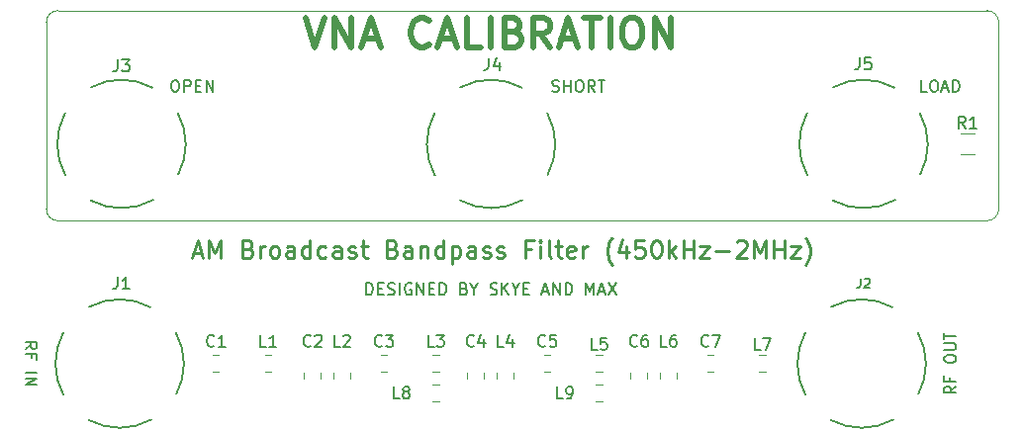
<source format=gbr>
G04 #@! TF.GenerationSoftware,KiCad,Pcbnew,(5.1.5)-3*
G04 #@! TF.CreationDate,2021-02-17T23:25:52-05:00*
G04 #@! TF.ProjectId,AM Bandpass Filter,414d2042-616e-4647-9061-73732046696c,rev?*
G04 #@! TF.SameCoordinates,Original*
G04 #@! TF.FileFunction,Legend,Top*
G04 #@! TF.FilePolarity,Positive*
%FSLAX46Y46*%
G04 Gerber Fmt 4.6, Leading zero omitted, Abs format (unit mm)*
G04 Created by KiCad (PCBNEW (5.1.5)-3) date 2021-02-17 23:25:52*
%MOMM*%
%LPD*%
G04 APERTURE LIST*
%ADD10C,0.150000*%
%ADD11C,0.250000*%
%ADD12C,0.500000*%
%ADD13C,0.120000*%
%ADD14C,0.127000*%
%ADD15C,0.152400*%
G04 APERTURE END LIST*
D10*
X158377142Y-90842380D02*
X158377142Y-89842380D01*
X158615238Y-89842380D01*
X158758095Y-89890000D01*
X158853333Y-89985238D01*
X158900952Y-90080476D01*
X158948571Y-90270952D01*
X158948571Y-90413809D01*
X158900952Y-90604285D01*
X158853333Y-90699523D01*
X158758095Y-90794761D01*
X158615238Y-90842380D01*
X158377142Y-90842380D01*
X159377142Y-90318571D02*
X159710476Y-90318571D01*
X159853333Y-90842380D02*
X159377142Y-90842380D01*
X159377142Y-89842380D01*
X159853333Y-89842380D01*
X160234285Y-90794761D02*
X160377142Y-90842380D01*
X160615238Y-90842380D01*
X160710476Y-90794761D01*
X160758095Y-90747142D01*
X160805714Y-90651904D01*
X160805714Y-90556666D01*
X160758095Y-90461428D01*
X160710476Y-90413809D01*
X160615238Y-90366190D01*
X160424761Y-90318571D01*
X160329523Y-90270952D01*
X160281904Y-90223333D01*
X160234285Y-90128095D01*
X160234285Y-90032857D01*
X160281904Y-89937619D01*
X160329523Y-89890000D01*
X160424761Y-89842380D01*
X160662857Y-89842380D01*
X160805714Y-89890000D01*
X161234285Y-90842380D02*
X161234285Y-89842380D01*
X162234285Y-89890000D02*
X162139047Y-89842380D01*
X161996190Y-89842380D01*
X161853333Y-89890000D01*
X161758095Y-89985238D01*
X161710476Y-90080476D01*
X161662857Y-90270952D01*
X161662857Y-90413809D01*
X161710476Y-90604285D01*
X161758095Y-90699523D01*
X161853333Y-90794761D01*
X161996190Y-90842380D01*
X162091428Y-90842380D01*
X162234285Y-90794761D01*
X162281904Y-90747142D01*
X162281904Y-90413809D01*
X162091428Y-90413809D01*
X162710476Y-90842380D02*
X162710476Y-89842380D01*
X163281904Y-90842380D01*
X163281904Y-89842380D01*
X163758095Y-90318571D02*
X164091428Y-90318571D01*
X164234285Y-90842380D02*
X163758095Y-90842380D01*
X163758095Y-89842380D01*
X164234285Y-89842380D01*
X164662857Y-90842380D02*
X164662857Y-89842380D01*
X164900952Y-89842380D01*
X165043809Y-89890000D01*
X165139047Y-89985238D01*
X165186666Y-90080476D01*
X165234285Y-90270952D01*
X165234285Y-90413809D01*
X165186666Y-90604285D01*
X165139047Y-90699523D01*
X165043809Y-90794761D01*
X164900952Y-90842380D01*
X164662857Y-90842380D01*
X166758095Y-90318571D02*
X166900952Y-90366190D01*
X166948571Y-90413809D01*
X166996190Y-90509047D01*
X166996190Y-90651904D01*
X166948571Y-90747142D01*
X166900952Y-90794761D01*
X166805714Y-90842380D01*
X166424761Y-90842380D01*
X166424761Y-89842380D01*
X166758095Y-89842380D01*
X166853333Y-89890000D01*
X166900952Y-89937619D01*
X166948571Y-90032857D01*
X166948571Y-90128095D01*
X166900952Y-90223333D01*
X166853333Y-90270952D01*
X166758095Y-90318571D01*
X166424761Y-90318571D01*
X167615238Y-90366190D02*
X167615238Y-90842380D01*
X167281904Y-89842380D02*
X167615238Y-90366190D01*
X167948571Y-89842380D01*
X168996190Y-90794761D02*
X169139047Y-90842380D01*
X169377142Y-90842380D01*
X169472380Y-90794761D01*
X169520000Y-90747142D01*
X169567619Y-90651904D01*
X169567619Y-90556666D01*
X169520000Y-90461428D01*
X169472380Y-90413809D01*
X169377142Y-90366190D01*
X169186666Y-90318571D01*
X169091428Y-90270952D01*
X169043809Y-90223333D01*
X168996190Y-90128095D01*
X168996190Y-90032857D01*
X169043809Y-89937619D01*
X169091428Y-89890000D01*
X169186666Y-89842380D01*
X169424761Y-89842380D01*
X169567619Y-89890000D01*
X169996190Y-90842380D02*
X169996190Y-89842380D01*
X170567619Y-90842380D02*
X170139047Y-90270952D01*
X170567619Y-89842380D02*
X169996190Y-90413809D01*
X171186666Y-90366190D02*
X171186666Y-90842380D01*
X170853333Y-89842380D02*
X171186666Y-90366190D01*
X171520000Y-89842380D01*
X171853333Y-90318571D02*
X172186666Y-90318571D01*
X172329523Y-90842380D02*
X171853333Y-90842380D01*
X171853333Y-89842380D01*
X172329523Y-89842380D01*
X173472380Y-90556666D02*
X173948571Y-90556666D01*
X173377142Y-90842380D02*
X173710476Y-89842380D01*
X174043809Y-90842380D01*
X174377142Y-90842380D02*
X174377142Y-89842380D01*
X174948571Y-90842380D01*
X174948571Y-89842380D01*
X175424761Y-90842380D02*
X175424761Y-89842380D01*
X175662857Y-89842380D01*
X175805714Y-89890000D01*
X175900952Y-89985238D01*
X175948571Y-90080476D01*
X175996190Y-90270952D01*
X175996190Y-90413809D01*
X175948571Y-90604285D01*
X175900952Y-90699523D01*
X175805714Y-90794761D01*
X175662857Y-90842380D01*
X175424761Y-90842380D01*
X177186666Y-90842380D02*
X177186666Y-89842380D01*
X177520000Y-90556666D01*
X177853333Y-89842380D01*
X177853333Y-90842380D01*
X178281904Y-90556666D02*
X178758095Y-90556666D01*
X178186666Y-90842380D02*
X178520000Y-89842380D01*
X178853333Y-90842380D01*
X179091428Y-89842380D02*
X179758095Y-90842380D01*
X179758095Y-89842380D02*
X179091428Y-90842380D01*
X208842380Y-98668571D02*
X208366190Y-99001904D01*
X208842380Y-99240000D02*
X207842380Y-99240000D01*
X207842380Y-98859047D01*
X207890000Y-98763809D01*
X207937619Y-98716190D01*
X208032857Y-98668571D01*
X208175714Y-98668571D01*
X208270952Y-98716190D01*
X208318571Y-98763809D01*
X208366190Y-98859047D01*
X208366190Y-99240000D01*
X208318571Y-97906666D02*
X208318571Y-98240000D01*
X208842380Y-98240000D02*
X207842380Y-98240000D01*
X207842380Y-97763809D01*
X207842380Y-96430476D02*
X207842380Y-96240000D01*
X207890000Y-96144761D01*
X207985238Y-96049523D01*
X208175714Y-96001904D01*
X208509047Y-96001904D01*
X208699523Y-96049523D01*
X208794761Y-96144761D01*
X208842380Y-96240000D01*
X208842380Y-96430476D01*
X208794761Y-96525714D01*
X208699523Y-96620952D01*
X208509047Y-96668571D01*
X208175714Y-96668571D01*
X207985238Y-96620952D01*
X207890000Y-96525714D01*
X207842380Y-96430476D01*
X207842380Y-95573333D02*
X208651904Y-95573333D01*
X208747142Y-95525714D01*
X208794761Y-95478095D01*
X208842380Y-95382857D01*
X208842380Y-95192380D01*
X208794761Y-95097142D01*
X208747142Y-95049523D01*
X208651904Y-95001904D01*
X207842380Y-95001904D01*
X207842380Y-94668571D02*
X207842380Y-94097142D01*
X208842380Y-94382857D02*
X207842380Y-94382857D01*
X129197619Y-95478095D02*
X129673809Y-95144761D01*
X129197619Y-94906666D02*
X130197619Y-94906666D01*
X130197619Y-95287619D01*
X130150000Y-95382857D01*
X130102380Y-95430476D01*
X130007142Y-95478095D01*
X129864285Y-95478095D01*
X129769047Y-95430476D01*
X129721428Y-95382857D01*
X129673809Y-95287619D01*
X129673809Y-94906666D01*
X129721428Y-96240000D02*
X129721428Y-95906666D01*
X129197619Y-95906666D02*
X130197619Y-95906666D01*
X130197619Y-96382857D01*
X129197619Y-97525714D02*
X130197619Y-97525714D01*
X129197619Y-98001904D02*
X130197619Y-98001904D01*
X129197619Y-98573333D01*
X130197619Y-98573333D01*
D11*
X143571428Y-87250000D02*
X144285714Y-87250000D01*
X143428571Y-87678571D02*
X143928571Y-86178571D01*
X144428571Y-87678571D01*
X144928571Y-87678571D02*
X144928571Y-86178571D01*
X145428571Y-87250000D01*
X145928571Y-86178571D01*
X145928571Y-87678571D01*
X148285714Y-86892857D02*
X148499999Y-86964285D01*
X148571428Y-87035714D01*
X148642857Y-87178571D01*
X148642857Y-87392857D01*
X148571428Y-87535714D01*
X148499999Y-87607142D01*
X148357142Y-87678571D01*
X147785714Y-87678571D01*
X147785714Y-86178571D01*
X148285714Y-86178571D01*
X148428571Y-86250000D01*
X148499999Y-86321428D01*
X148571428Y-86464285D01*
X148571428Y-86607142D01*
X148499999Y-86750000D01*
X148428571Y-86821428D01*
X148285714Y-86892857D01*
X147785714Y-86892857D01*
X149285714Y-87678571D02*
X149285714Y-86678571D01*
X149285714Y-86964285D02*
X149357142Y-86821428D01*
X149428571Y-86750000D01*
X149571428Y-86678571D01*
X149714285Y-86678571D01*
X150428571Y-87678571D02*
X150285714Y-87607142D01*
X150214285Y-87535714D01*
X150142857Y-87392857D01*
X150142857Y-86964285D01*
X150214285Y-86821428D01*
X150285714Y-86750000D01*
X150428571Y-86678571D01*
X150642857Y-86678571D01*
X150785714Y-86750000D01*
X150857142Y-86821428D01*
X150928571Y-86964285D01*
X150928571Y-87392857D01*
X150857142Y-87535714D01*
X150785714Y-87607142D01*
X150642857Y-87678571D01*
X150428571Y-87678571D01*
X152214285Y-87678571D02*
X152214285Y-86892857D01*
X152142857Y-86750000D01*
X151999999Y-86678571D01*
X151714285Y-86678571D01*
X151571428Y-86750000D01*
X152214285Y-87607142D02*
X152071428Y-87678571D01*
X151714285Y-87678571D01*
X151571428Y-87607142D01*
X151499999Y-87464285D01*
X151499999Y-87321428D01*
X151571428Y-87178571D01*
X151714285Y-87107142D01*
X152071428Y-87107142D01*
X152214285Y-87035714D01*
X153571428Y-87678571D02*
X153571428Y-86178571D01*
X153571428Y-87607142D02*
X153428571Y-87678571D01*
X153142857Y-87678571D01*
X152999999Y-87607142D01*
X152928571Y-87535714D01*
X152857142Y-87392857D01*
X152857142Y-86964285D01*
X152928571Y-86821428D01*
X152999999Y-86750000D01*
X153142857Y-86678571D01*
X153428571Y-86678571D01*
X153571428Y-86750000D01*
X154928571Y-87607142D02*
X154785714Y-87678571D01*
X154499999Y-87678571D01*
X154357142Y-87607142D01*
X154285714Y-87535714D01*
X154214285Y-87392857D01*
X154214285Y-86964285D01*
X154285714Y-86821428D01*
X154357142Y-86750000D01*
X154499999Y-86678571D01*
X154785714Y-86678571D01*
X154928571Y-86750000D01*
X156214285Y-87678571D02*
X156214285Y-86892857D01*
X156142857Y-86750000D01*
X155999999Y-86678571D01*
X155714285Y-86678571D01*
X155571428Y-86750000D01*
X156214285Y-87607142D02*
X156071428Y-87678571D01*
X155714285Y-87678571D01*
X155571428Y-87607142D01*
X155499999Y-87464285D01*
X155499999Y-87321428D01*
X155571428Y-87178571D01*
X155714285Y-87107142D01*
X156071428Y-87107142D01*
X156214285Y-87035714D01*
X156857142Y-87607142D02*
X156999999Y-87678571D01*
X157285714Y-87678571D01*
X157428571Y-87607142D01*
X157499999Y-87464285D01*
X157499999Y-87392857D01*
X157428571Y-87250000D01*
X157285714Y-87178571D01*
X157071428Y-87178571D01*
X156928571Y-87107142D01*
X156857142Y-86964285D01*
X156857142Y-86892857D01*
X156928571Y-86750000D01*
X157071428Y-86678571D01*
X157285714Y-86678571D01*
X157428571Y-86750000D01*
X157928571Y-86678571D02*
X158499999Y-86678571D01*
X158142857Y-86178571D02*
X158142857Y-87464285D01*
X158214285Y-87607142D01*
X158357142Y-87678571D01*
X158499999Y-87678571D01*
X160642857Y-86892857D02*
X160857142Y-86964285D01*
X160928571Y-87035714D01*
X160999999Y-87178571D01*
X160999999Y-87392857D01*
X160928571Y-87535714D01*
X160857142Y-87607142D01*
X160714285Y-87678571D01*
X160142857Y-87678571D01*
X160142857Y-86178571D01*
X160642857Y-86178571D01*
X160785714Y-86250000D01*
X160857142Y-86321428D01*
X160928571Y-86464285D01*
X160928571Y-86607142D01*
X160857142Y-86750000D01*
X160785714Y-86821428D01*
X160642857Y-86892857D01*
X160142857Y-86892857D01*
X162285714Y-87678571D02*
X162285714Y-86892857D01*
X162214285Y-86750000D01*
X162071428Y-86678571D01*
X161785714Y-86678571D01*
X161642857Y-86750000D01*
X162285714Y-87607142D02*
X162142857Y-87678571D01*
X161785714Y-87678571D01*
X161642857Y-87607142D01*
X161571428Y-87464285D01*
X161571428Y-87321428D01*
X161642857Y-87178571D01*
X161785714Y-87107142D01*
X162142857Y-87107142D01*
X162285714Y-87035714D01*
X162999999Y-86678571D02*
X162999999Y-87678571D01*
X162999999Y-86821428D02*
X163071428Y-86750000D01*
X163214285Y-86678571D01*
X163428571Y-86678571D01*
X163571428Y-86750000D01*
X163642857Y-86892857D01*
X163642857Y-87678571D01*
X164999999Y-87678571D02*
X164999999Y-86178571D01*
X164999999Y-87607142D02*
X164857142Y-87678571D01*
X164571428Y-87678571D01*
X164428571Y-87607142D01*
X164357142Y-87535714D01*
X164285714Y-87392857D01*
X164285714Y-86964285D01*
X164357142Y-86821428D01*
X164428571Y-86750000D01*
X164571428Y-86678571D01*
X164857142Y-86678571D01*
X164999999Y-86750000D01*
X165714285Y-86678571D02*
X165714285Y-88178571D01*
X165714285Y-86750000D02*
X165857142Y-86678571D01*
X166142857Y-86678571D01*
X166285714Y-86750000D01*
X166357142Y-86821428D01*
X166428571Y-86964285D01*
X166428571Y-87392857D01*
X166357142Y-87535714D01*
X166285714Y-87607142D01*
X166142857Y-87678571D01*
X165857142Y-87678571D01*
X165714285Y-87607142D01*
X167714285Y-87678571D02*
X167714285Y-86892857D01*
X167642857Y-86750000D01*
X167500000Y-86678571D01*
X167214285Y-86678571D01*
X167071428Y-86750000D01*
X167714285Y-87607142D02*
X167571428Y-87678571D01*
X167214285Y-87678571D01*
X167071428Y-87607142D01*
X167000000Y-87464285D01*
X167000000Y-87321428D01*
X167071428Y-87178571D01*
X167214285Y-87107142D01*
X167571428Y-87107142D01*
X167714285Y-87035714D01*
X168357142Y-87607142D02*
X168500000Y-87678571D01*
X168785714Y-87678571D01*
X168928571Y-87607142D01*
X169000000Y-87464285D01*
X169000000Y-87392857D01*
X168928571Y-87250000D01*
X168785714Y-87178571D01*
X168571428Y-87178571D01*
X168428571Y-87107142D01*
X168357142Y-86964285D01*
X168357142Y-86892857D01*
X168428571Y-86750000D01*
X168571428Y-86678571D01*
X168785714Y-86678571D01*
X168928571Y-86750000D01*
X169571428Y-87607142D02*
X169714285Y-87678571D01*
X169999999Y-87678571D01*
X170142857Y-87607142D01*
X170214285Y-87464285D01*
X170214285Y-87392857D01*
X170142857Y-87250000D01*
X169999999Y-87178571D01*
X169785714Y-87178571D01*
X169642857Y-87107142D01*
X169571428Y-86964285D01*
X169571428Y-86892857D01*
X169642857Y-86750000D01*
X169785714Y-86678571D01*
X169999999Y-86678571D01*
X170142857Y-86750000D01*
X172499999Y-86892857D02*
X171999999Y-86892857D01*
X171999999Y-87678571D02*
X171999999Y-86178571D01*
X172714285Y-86178571D01*
X173285714Y-87678571D02*
X173285714Y-86678571D01*
X173285714Y-86178571D02*
X173214285Y-86250000D01*
X173285714Y-86321428D01*
X173357142Y-86250000D01*
X173285714Y-86178571D01*
X173285714Y-86321428D01*
X174214285Y-87678571D02*
X174071428Y-87607142D01*
X173999999Y-87464285D01*
X173999999Y-86178571D01*
X174571428Y-86678571D02*
X175142857Y-86678571D01*
X174785714Y-86178571D02*
X174785714Y-87464285D01*
X174857142Y-87607142D01*
X174999999Y-87678571D01*
X175142857Y-87678571D01*
X176214285Y-87607142D02*
X176071428Y-87678571D01*
X175785714Y-87678571D01*
X175642857Y-87607142D01*
X175571428Y-87464285D01*
X175571428Y-86892857D01*
X175642857Y-86750000D01*
X175785714Y-86678571D01*
X176071428Y-86678571D01*
X176214285Y-86750000D01*
X176285714Y-86892857D01*
X176285714Y-87035714D01*
X175571428Y-87178571D01*
X176928571Y-87678571D02*
X176928571Y-86678571D01*
X176928571Y-86964285D02*
X177000000Y-86821428D01*
X177071428Y-86750000D01*
X177214285Y-86678571D01*
X177357142Y-86678571D01*
X179428571Y-88250000D02*
X179357142Y-88178571D01*
X179214285Y-87964285D01*
X179142857Y-87821428D01*
X179071428Y-87607142D01*
X179000000Y-87250000D01*
X179000000Y-86964285D01*
X179071428Y-86607142D01*
X179142857Y-86392857D01*
X179214285Y-86250000D01*
X179357142Y-86035714D01*
X179428571Y-85964285D01*
X180642857Y-86678571D02*
X180642857Y-87678571D01*
X180285714Y-86107142D02*
X179928571Y-87178571D01*
X180857142Y-87178571D01*
X182142857Y-86178571D02*
X181428571Y-86178571D01*
X181357142Y-86892857D01*
X181428571Y-86821428D01*
X181571428Y-86750000D01*
X181928571Y-86750000D01*
X182071428Y-86821428D01*
X182142857Y-86892857D01*
X182214285Y-87035714D01*
X182214285Y-87392857D01*
X182142857Y-87535714D01*
X182071428Y-87607142D01*
X181928571Y-87678571D01*
X181571428Y-87678571D01*
X181428571Y-87607142D01*
X181357142Y-87535714D01*
X183142857Y-86178571D02*
X183285714Y-86178571D01*
X183428571Y-86250000D01*
X183499999Y-86321428D01*
X183571428Y-86464285D01*
X183642857Y-86750000D01*
X183642857Y-87107142D01*
X183571428Y-87392857D01*
X183499999Y-87535714D01*
X183428571Y-87607142D01*
X183285714Y-87678571D01*
X183142857Y-87678571D01*
X182999999Y-87607142D01*
X182928571Y-87535714D01*
X182857142Y-87392857D01*
X182785714Y-87107142D01*
X182785714Y-86750000D01*
X182857142Y-86464285D01*
X182928571Y-86321428D01*
X182999999Y-86250000D01*
X183142857Y-86178571D01*
X184285714Y-87678571D02*
X184285714Y-86178571D01*
X184428571Y-87107142D02*
X184857142Y-87678571D01*
X184857142Y-86678571D02*
X184285714Y-87250000D01*
X185499999Y-87678571D02*
X185499999Y-86178571D01*
X185499999Y-86892857D02*
X186357142Y-86892857D01*
X186357142Y-87678571D02*
X186357142Y-86178571D01*
X186928571Y-86678571D02*
X187714285Y-86678571D01*
X186928571Y-87678571D01*
X187714285Y-87678571D01*
X188285714Y-87107142D02*
X189428571Y-87107142D01*
X190071428Y-86321428D02*
X190142857Y-86250000D01*
X190285714Y-86178571D01*
X190642857Y-86178571D01*
X190785714Y-86250000D01*
X190857142Y-86321428D01*
X190928571Y-86464285D01*
X190928571Y-86607142D01*
X190857142Y-86821428D01*
X190000000Y-87678571D01*
X190928571Y-87678571D01*
X191571428Y-87678571D02*
X191571428Y-86178571D01*
X192071428Y-87250000D01*
X192571428Y-86178571D01*
X192571428Y-87678571D01*
X193285714Y-87678571D02*
X193285714Y-86178571D01*
X193285714Y-86892857D02*
X194142857Y-86892857D01*
X194142857Y-87678571D02*
X194142857Y-86178571D01*
X194714285Y-86678571D02*
X195500000Y-86678571D01*
X194714285Y-87678571D01*
X195500000Y-87678571D01*
X195928571Y-88250000D02*
X196000000Y-88178571D01*
X196142857Y-87964285D01*
X196214285Y-87821428D01*
X196285714Y-87607142D01*
X196357142Y-87250000D01*
X196357142Y-86964285D01*
X196285714Y-86607142D01*
X196214285Y-86392857D01*
X196142857Y-86250000D01*
X196000000Y-86035714D01*
X195928571Y-85964285D01*
D12*
X153166666Y-67130952D02*
X154000000Y-69630952D01*
X154833333Y-67130952D01*
X155666666Y-69630952D02*
X155666666Y-67130952D01*
X157095238Y-69630952D01*
X157095238Y-67130952D01*
X158166666Y-68916666D02*
X159357142Y-68916666D01*
X157928571Y-69630952D02*
X158761904Y-67130952D01*
X159595238Y-69630952D01*
X163761904Y-69392857D02*
X163642857Y-69511904D01*
X163285714Y-69630952D01*
X163047619Y-69630952D01*
X162690476Y-69511904D01*
X162452380Y-69273809D01*
X162333333Y-69035714D01*
X162214285Y-68559523D01*
X162214285Y-68202380D01*
X162333333Y-67726190D01*
X162452380Y-67488095D01*
X162690476Y-67250000D01*
X163047619Y-67130952D01*
X163285714Y-67130952D01*
X163642857Y-67250000D01*
X163761904Y-67369047D01*
X164714285Y-68916666D02*
X165904761Y-68916666D01*
X164476190Y-69630952D02*
X165309523Y-67130952D01*
X166142857Y-69630952D01*
X168166666Y-69630952D02*
X166976190Y-69630952D01*
X166976190Y-67130952D01*
X169000000Y-69630952D02*
X169000000Y-67130952D01*
X171023809Y-68321428D02*
X171380952Y-68440476D01*
X171500000Y-68559523D01*
X171619047Y-68797619D01*
X171619047Y-69154761D01*
X171500000Y-69392857D01*
X171380952Y-69511904D01*
X171142857Y-69630952D01*
X170190476Y-69630952D01*
X170190476Y-67130952D01*
X171023809Y-67130952D01*
X171261904Y-67250000D01*
X171380952Y-67369047D01*
X171500000Y-67607142D01*
X171500000Y-67845238D01*
X171380952Y-68083333D01*
X171261904Y-68202380D01*
X171023809Y-68321428D01*
X170190476Y-68321428D01*
X174119047Y-69630952D02*
X173285714Y-68440476D01*
X172690476Y-69630952D02*
X172690476Y-67130952D01*
X173642857Y-67130952D01*
X173880952Y-67250000D01*
X174000000Y-67369047D01*
X174119047Y-67607142D01*
X174119047Y-67964285D01*
X174000000Y-68202380D01*
X173880952Y-68321428D01*
X173642857Y-68440476D01*
X172690476Y-68440476D01*
X175071428Y-68916666D02*
X176261904Y-68916666D01*
X174833333Y-69630952D02*
X175666666Y-67130952D01*
X176500000Y-69630952D01*
X176976190Y-67130952D02*
X178404761Y-67130952D01*
X177690476Y-69630952D02*
X177690476Y-67130952D01*
X179238095Y-69630952D02*
X179238095Y-67130952D01*
X180904761Y-67130952D02*
X181380952Y-67130952D01*
X181619047Y-67250000D01*
X181857142Y-67488095D01*
X181976190Y-67964285D01*
X181976190Y-68797619D01*
X181857142Y-69273809D01*
X181619047Y-69511904D01*
X181380952Y-69630952D01*
X180904761Y-69630952D01*
X180666666Y-69511904D01*
X180428571Y-69273809D01*
X180309523Y-68797619D01*
X180309523Y-67964285D01*
X180428571Y-67488095D01*
X180666666Y-67250000D01*
X180904761Y-67130952D01*
X183047619Y-69630952D02*
X183047619Y-67130952D01*
X184476190Y-69630952D01*
X184476190Y-67130952D01*
D10*
X206357142Y-73452380D02*
X205880952Y-73452380D01*
X205880952Y-72452380D01*
X206880952Y-72452380D02*
X207071428Y-72452380D01*
X207166666Y-72500000D01*
X207261904Y-72595238D01*
X207309523Y-72785714D01*
X207309523Y-73119047D01*
X207261904Y-73309523D01*
X207166666Y-73404761D01*
X207071428Y-73452380D01*
X206880952Y-73452380D01*
X206785714Y-73404761D01*
X206690476Y-73309523D01*
X206642857Y-73119047D01*
X206642857Y-72785714D01*
X206690476Y-72595238D01*
X206785714Y-72500000D01*
X206880952Y-72452380D01*
X207690476Y-73166666D02*
X208166666Y-73166666D01*
X207595238Y-73452380D02*
X207928571Y-72452380D01*
X208261904Y-73452380D01*
X208595238Y-73452380D02*
X208595238Y-72452380D01*
X208833333Y-72452380D01*
X208976190Y-72500000D01*
X209071428Y-72595238D01*
X209119047Y-72690476D01*
X209166666Y-72880952D01*
X209166666Y-73023809D01*
X209119047Y-73214285D01*
X209071428Y-73309523D01*
X208976190Y-73404761D01*
X208833333Y-73452380D01*
X208595238Y-73452380D01*
X174285714Y-73404761D02*
X174428571Y-73452380D01*
X174666666Y-73452380D01*
X174761904Y-73404761D01*
X174809523Y-73357142D01*
X174857142Y-73261904D01*
X174857142Y-73166666D01*
X174809523Y-73071428D01*
X174761904Y-73023809D01*
X174666666Y-72976190D01*
X174476190Y-72928571D01*
X174380952Y-72880952D01*
X174333333Y-72833333D01*
X174285714Y-72738095D01*
X174285714Y-72642857D01*
X174333333Y-72547619D01*
X174380952Y-72500000D01*
X174476190Y-72452380D01*
X174714285Y-72452380D01*
X174857142Y-72500000D01*
X175285714Y-73452380D02*
X175285714Y-72452380D01*
X175285714Y-72928571D02*
X175857142Y-72928571D01*
X175857142Y-73452380D02*
X175857142Y-72452380D01*
X176523809Y-72452380D02*
X176714285Y-72452380D01*
X176809523Y-72500000D01*
X176904761Y-72595238D01*
X176952380Y-72785714D01*
X176952380Y-73119047D01*
X176904761Y-73309523D01*
X176809523Y-73404761D01*
X176714285Y-73452380D01*
X176523809Y-73452380D01*
X176428571Y-73404761D01*
X176333333Y-73309523D01*
X176285714Y-73119047D01*
X176285714Y-72785714D01*
X176333333Y-72595238D01*
X176428571Y-72500000D01*
X176523809Y-72452380D01*
X177952380Y-73452380D02*
X177619047Y-72976190D01*
X177380952Y-73452380D02*
X177380952Y-72452380D01*
X177761904Y-72452380D01*
X177857142Y-72500000D01*
X177904761Y-72547619D01*
X177952380Y-72642857D01*
X177952380Y-72785714D01*
X177904761Y-72880952D01*
X177857142Y-72928571D01*
X177761904Y-72976190D01*
X177380952Y-72976190D01*
X178238095Y-72452380D02*
X178809523Y-72452380D01*
X178523809Y-73452380D02*
X178523809Y-72452380D01*
X141928571Y-72452380D02*
X142119047Y-72452380D01*
X142214285Y-72500000D01*
X142309523Y-72595238D01*
X142357142Y-72785714D01*
X142357142Y-73119047D01*
X142309523Y-73309523D01*
X142214285Y-73404761D01*
X142119047Y-73452380D01*
X141928571Y-73452380D01*
X141833333Y-73404761D01*
X141738095Y-73309523D01*
X141690476Y-73119047D01*
X141690476Y-72785714D01*
X141738095Y-72595238D01*
X141833333Y-72500000D01*
X141928571Y-72452380D01*
X142785714Y-73452380D02*
X142785714Y-72452380D01*
X143166666Y-72452380D01*
X143261904Y-72500000D01*
X143309523Y-72547619D01*
X143357142Y-72642857D01*
X143357142Y-72785714D01*
X143309523Y-72880952D01*
X143261904Y-72928571D01*
X143166666Y-72976190D01*
X142785714Y-72976190D01*
X143785714Y-72928571D02*
X144119047Y-72928571D01*
X144261904Y-73452380D02*
X143785714Y-73452380D01*
X143785714Y-72452380D01*
X144261904Y-72452380D01*
X144690476Y-73452380D02*
X144690476Y-72452380D01*
X145261904Y-73452380D01*
X145261904Y-72452380D01*
D13*
X211500000Y-66500000D02*
X132000000Y-66500000D01*
X211500000Y-66500000D02*
G75*
G02X212500000Y-67500000I0J-1000000D01*
G01*
X212500000Y-83500000D02*
X212500000Y-67500000D01*
X212500000Y-83500000D02*
G75*
G02X211500000Y-84500000I-1000000J0D01*
G01*
X132000000Y-84500000D02*
X211500000Y-84500000D01*
X131000000Y-67500000D02*
G75*
G02X132000000Y-66500000I1000000J0D01*
G01*
X131000000Y-83500000D02*
X131000000Y-67500000D01*
X132000000Y-84500000D02*
G75*
G02X131000000Y-83500000I0J1000000D01*
G01*
X209217936Y-78840000D02*
X210422064Y-78840000D01*
X209217936Y-77020000D02*
X210422064Y-77020000D01*
X178038748Y-99990000D02*
X178561252Y-99990000D01*
X178038748Y-98570000D02*
X178561252Y-98570000D01*
X164068748Y-99990000D02*
X164591252Y-99990000D01*
X164068748Y-98570000D02*
X164591252Y-98570000D01*
X178038748Y-97450000D02*
X178561252Y-97450000D01*
X178038748Y-96030000D02*
X178561252Y-96030000D01*
D14*
X205595400Y-94114600D02*
G75*
G02X205621400Y-99356200I-4815290J-2644750D01*
G01*
X203470000Y-101540000D02*
G75*
G02X198124000Y-101567000I-2697871J4910957D01*
G01*
X195970000Y-99440000D02*
G75*
G02X195943000Y-94094000I4910957J2697871D01*
G01*
X198153800Y-91888600D02*
G75*
G02X203416000Y-91913000I2608826J-4815992D01*
G01*
X205755400Y-75304600D02*
G75*
G02X205781400Y-80546200I-4815290J-2644750D01*
G01*
X203630000Y-82730000D02*
G75*
G02X198284000Y-82757000I-2697871J4910957D01*
G01*
X196130000Y-80630000D02*
G75*
G02X196103000Y-75284000I4910957J2697871D01*
G01*
X198313800Y-73078600D02*
G75*
G02X203576000Y-73103000I2608826J-4815992D01*
G01*
X173878400Y-75304600D02*
G75*
G02X173904400Y-80546200I-4815290J-2644750D01*
G01*
X171753000Y-82730000D02*
G75*
G02X166407000Y-82757000I-2697871J4910957D01*
G01*
X164253000Y-80630000D02*
G75*
G02X164226000Y-75284000I4910957J2697871D01*
G01*
X166436800Y-73078600D02*
G75*
G02X171699000Y-73103000I2608826J-4815992D01*
G01*
X142255400Y-75304600D02*
G75*
G02X142281400Y-80546200I-4815290J-2644750D01*
G01*
X140130000Y-82730000D02*
G75*
G02X134784000Y-82757000I-2697871J4910957D01*
G01*
X132630000Y-80630000D02*
G75*
G02X132603000Y-75284000I4910957J2697871D01*
G01*
X134813800Y-73078600D02*
G75*
G02X140076000Y-73103000I2608826J-4815992D01*
G01*
X142095400Y-94114600D02*
G75*
G02X142121400Y-99356200I-4815290J-2644750D01*
G01*
X139970000Y-101540000D02*
G75*
G02X134624000Y-101567000I-2697871J4910957D01*
G01*
X132470000Y-99440000D02*
G75*
G02X132443000Y-94094000I4910957J2697871D01*
G01*
X134653800Y-91888600D02*
G75*
G02X139916000Y-91913000I2608826J-4815992D01*
G01*
D13*
X192008748Y-97450000D02*
X192531252Y-97450000D01*
X192008748Y-96030000D02*
X192531252Y-96030000D01*
X183550000Y-97503748D02*
X183550000Y-98026252D01*
X184970000Y-97503748D02*
X184970000Y-98026252D01*
X169580000Y-97503748D02*
X169580000Y-98026252D01*
X171000000Y-97503748D02*
X171000000Y-98026252D01*
X164068748Y-97450000D02*
X164591252Y-97450000D01*
X164068748Y-96030000D02*
X164591252Y-96030000D01*
X155610000Y-97503748D02*
X155610000Y-98026252D01*
X157030000Y-97503748D02*
X157030000Y-98026252D01*
X149708748Y-97450000D02*
X150231252Y-97450000D01*
X149708748Y-96030000D02*
X150231252Y-96030000D01*
X188086252Y-96030000D02*
X187563748Y-96030000D01*
X188086252Y-97450000D02*
X187563748Y-97450000D01*
X182430000Y-98026252D02*
X182430000Y-97503748D01*
X181010000Y-98026252D02*
X181010000Y-97503748D01*
X174116252Y-96030000D02*
X173593748Y-96030000D01*
X174116252Y-97450000D02*
X173593748Y-97450000D01*
X168460000Y-98026252D02*
X168460000Y-97503748D01*
X167040000Y-98026252D02*
X167040000Y-97503748D01*
X160146252Y-96030000D02*
X159623748Y-96030000D01*
X160146252Y-97450000D02*
X159623748Y-97450000D01*
X154490000Y-98026252D02*
X154490000Y-97503748D01*
X153070000Y-98026252D02*
X153070000Y-97503748D01*
X145786252Y-96030000D02*
X145263748Y-96030000D01*
X145786252Y-97450000D02*
X145263748Y-97450000D01*
D10*
X209653333Y-76562380D02*
X209320000Y-76086190D01*
X209081904Y-76562380D02*
X209081904Y-75562380D01*
X209462857Y-75562380D01*
X209558095Y-75610000D01*
X209605714Y-75657619D01*
X209653333Y-75752857D01*
X209653333Y-75895714D01*
X209605714Y-75990952D01*
X209558095Y-76038571D01*
X209462857Y-76086190D01*
X209081904Y-76086190D01*
X210605714Y-76562380D02*
X210034285Y-76562380D01*
X210320000Y-76562380D02*
X210320000Y-75562380D01*
X210224761Y-75705238D01*
X210129523Y-75800476D01*
X210034285Y-75848095D01*
X175203333Y-99732380D02*
X174727142Y-99732380D01*
X174727142Y-98732380D01*
X175584285Y-99732380D02*
X175774761Y-99732380D01*
X175870000Y-99684761D01*
X175917619Y-99637142D01*
X176012857Y-99494285D01*
X176060476Y-99303809D01*
X176060476Y-98922857D01*
X176012857Y-98827619D01*
X175965238Y-98780000D01*
X175870000Y-98732380D01*
X175679523Y-98732380D01*
X175584285Y-98780000D01*
X175536666Y-98827619D01*
X175489047Y-98922857D01*
X175489047Y-99160952D01*
X175536666Y-99256190D01*
X175584285Y-99303809D01*
X175679523Y-99351428D01*
X175870000Y-99351428D01*
X175965238Y-99303809D01*
X176012857Y-99256190D01*
X176060476Y-99160952D01*
X161233333Y-99732380D02*
X160757142Y-99732380D01*
X160757142Y-98732380D01*
X161709523Y-99160952D02*
X161614285Y-99113333D01*
X161566666Y-99065714D01*
X161519047Y-98970476D01*
X161519047Y-98922857D01*
X161566666Y-98827619D01*
X161614285Y-98780000D01*
X161709523Y-98732380D01*
X161900000Y-98732380D01*
X161995238Y-98780000D01*
X162042857Y-98827619D01*
X162090476Y-98922857D01*
X162090476Y-98970476D01*
X162042857Y-99065714D01*
X161995238Y-99113333D01*
X161900000Y-99160952D01*
X161709523Y-99160952D01*
X161614285Y-99208571D01*
X161566666Y-99256190D01*
X161519047Y-99351428D01*
X161519047Y-99541904D01*
X161566666Y-99637142D01*
X161614285Y-99684761D01*
X161709523Y-99732380D01*
X161900000Y-99732380D01*
X161995238Y-99684761D01*
X162042857Y-99637142D01*
X162090476Y-99541904D01*
X162090476Y-99351428D01*
X162042857Y-99256190D01*
X161995238Y-99208571D01*
X161900000Y-99160952D01*
X178133333Y-95542380D02*
X177657142Y-95542380D01*
X177657142Y-94542380D01*
X178942857Y-94542380D02*
X178466666Y-94542380D01*
X178419047Y-95018571D01*
X178466666Y-94970952D01*
X178561904Y-94923333D01*
X178800000Y-94923333D01*
X178895238Y-94970952D01*
X178942857Y-95018571D01*
X178990476Y-95113809D01*
X178990476Y-95351904D01*
X178942857Y-95447142D01*
X178895238Y-95494761D01*
X178800000Y-95542380D01*
X178561904Y-95542380D01*
X178466666Y-95494761D01*
X178419047Y-95447142D01*
D15*
X200663018Y-89435297D02*
X200663018Y-90007400D01*
X200624878Y-90121821D01*
X200548597Y-90198102D01*
X200434176Y-90236242D01*
X200357896Y-90236242D01*
X201006280Y-89511577D02*
X201044420Y-89473437D01*
X201120701Y-89435297D01*
X201311402Y-89435297D01*
X201387682Y-89473437D01*
X201425823Y-89511577D01*
X201463963Y-89587858D01*
X201463963Y-89664138D01*
X201425823Y-89778559D01*
X200968140Y-90236242D01*
X201463963Y-90236242D01*
X200591333Y-70515619D02*
X200591333Y-71241333D01*
X200542952Y-71386476D01*
X200446190Y-71483238D01*
X200301047Y-71531619D01*
X200204285Y-71531619D01*
X201558952Y-70515619D02*
X201075142Y-70515619D01*
X201026761Y-70999428D01*
X201075142Y-70951047D01*
X201171904Y-70902666D01*
X201413809Y-70902666D01*
X201510571Y-70951047D01*
X201558952Y-70999428D01*
X201607333Y-71096190D01*
X201607333Y-71338095D01*
X201558952Y-71434857D01*
X201510571Y-71483238D01*
X201413809Y-71531619D01*
X201171904Y-71531619D01*
X201075142Y-71483238D01*
X201026761Y-71434857D01*
X168841333Y-70579119D02*
X168841333Y-71304833D01*
X168792952Y-71449976D01*
X168696190Y-71546738D01*
X168551047Y-71595119D01*
X168454285Y-71595119D01*
X169760571Y-70917785D02*
X169760571Y-71595119D01*
X169518666Y-70530738D02*
X169276761Y-71256452D01*
X169905714Y-71256452D01*
X137091333Y-70706119D02*
X137091333Y-71431833D01*
X137042952Y-71576976D01*
X136946190Y-71673738D01*
X136801047Y-71722119D01*
X136704285Y-71722119D01*
X137478380Y-70706119D02*
X138107333Y-70706119D01*
X137768666Y-71093166D01*
X137913809Y-71093166D01*
X138010571Y-71141547D01*
X138058952Y-71189928D01*
X138107333Y-71286690D01*
X138107333Y-71528595D01*
X138058952Y-71625357D01*
X138010571Y-71673738D01*
X137913809Y-71722119D01*
X137623523Y-71722119D01*
X137526761Y-71673738D01*
X137478380Y-71625357D01*
X137091333Y-89317529D02*
X137091333Y-90043243D01*
X137042952Y-90188386D01*
X136946190Y-90285148D01*
X136801047Y-90333529D01*
X136704285Y-90333529D01*
X138107333Y-90333529D02*
X137526761Y-90333529D01*
X137817047Y-90333529D02*
X137817047Y-89317529D01*
X137720285Y-89462671D01*
X137623523Y-89559433D01*
X137526761Y-89607814D01*
D10*
X192103333Y-95542380D02*
X191627142Y-95542380D01*
X191627142Y-94542380D01*
X192341428Y-94542380D02*
X193008095Y-94542380D01*
X192579523Y-95542380D01*
X184093333Y-95287380D02*
X183617142Y-95287380D01*
X183617142Y-94287380D01*
X184855238Y-94287380D02*
X184664761Y-94287380D01*
X184569523Y-94335000D01*
X184521904Y-94382619D01*
X184426666Y-94525476D01*
X184379047Y-94715952D01*
X184379047Y-95096904D01*
X184426666Y-95192142D01*
X184474285Y-95239761D01*
X184569523Y-95287380D01*
X184760000Y-95287380D01*
X184855238Y-95239761D01*
X184902857Y-95192142D01*
X184950476Y-95096904D01*
X184950476Y-94858809D01*
X184902857Y-94763571D01*
X184855238Y-94715952D01*
X184760000Y-94668333D01*
X184569523Y-94668333D01*
X184474285Y-94715952D01*
X184426666Y-94763571D01*
X184379047Y-94858809D01*
X170123333Y-95287380D02*
X169647142Y-95287380D01*
X169647142Y-94287380D01*
X170885238Y-94620714D02*
X170885238Y-95287380D01*
X170647142Y-94239761D02*
X170409047Y-94954047D01*
X171028095Y-94954047D01*
X164163333Y-95287380D02*
X163687142Y-95287380D01*
X163687142Y-94287380D01*
X164401428Y-94287380D02*
X165020476Y-94287380D01*
X164687142Y-94668333D01*
X164830000Y-94668333D01*
X164925238Y-94715952D01*
X164972857Y-94763571D01*
X165020476Y-94858809D01*
X165020476Y-95096904D01*
X164972857Y-95192142D01*
X164925238Y-95239761D01*
X164830000Y-95287380D01*
X164544285Y-95287380D01*
X164449047Y-95239761D01*
X164401428Y-95192142D01*
X156153333Y-95287380D02*
X155677142Y-95287380D01*
X155677142Y-94287380D01*
X156439047Y-94382619D02*
X156486666Y-94335000D01*
X156581904Y-94287380D01*
X156820000Y-94287380D01*
X156915238Y-94335000D01*
X156962857Y-94382619D01*
X157010476Y-94477857D01*
X157010476Y-94573095D01*
X156962857Y-94715952D01*
X156391428Y-95287380D01*
X157010476Y-95287380D01*
X149803333Y-95287380D02*
X149327142Y-95287380D01*
X149327142Y-94287380D01*
X150660476Y-95287380D02*
X150089047Y-95287380D01*
X150374761Y-95287380D02*
X150374761Y-94287380D01*
X150279523Y-94430238D01*
X150184285Y-94525476D01*
X150089047Y-94573095D01*
X187658333Y-95192142D02*
X187610714Y-95239761D01*
X187467857Y-95287380D01*
X187372619Y-95287380D01*
X187229761Y-95239761D01*
X187134523Y-95144523D01*
X187086904Y-95049285D01*
X187039285Y-94858809D01*
X187039285Y-94715952D01*
X187086904Y-94525476D01*
X187134523Y-94430238D01*
X187229761Y-94335000D01*
X187372619Y-94287380D01*
X187467857Y-94287380D01*
X187610714Y-94335000D01*
X187658333Y-94382619D01*
X187991666Y-94287380D02*
X188658333Y-94287380D01*
X188229761Y-95287380D01*
X181553333Y-95192142D02*
X181505714Y-95239761D01*
X181362857Y-95287380D01*
X181267619Y-95287380D01*
X181124761Y-95239761D01*
X181029523Y-95144523D01*
X180981904Y-95049285D01*
X180934285Y-94858809D01*
X180934285Y-94715952D01*
X180981904Y-94525476D01*
X181029523Y-94430238D01*
X181124761Y-94335000D01*
X181267619Y-94287380D01*
X181362857Y-94287380D01*
X181505714Y-94335000D01*
X181553333Y-94382619D01*
X182410476Y-94287380D02*
X182220000Y-94287380D01*
X182124761Y-94335000D01*
X182077142Y-94382619D01*
X181981904Y-94525476D01*
X181934285Y-94715952D01*
X181934285Y-95096904D01*
X181981904Y-95192142D01*
X182029523Y-95239761D01*
X182124761Y-95287380D01*
X182315238Y-95287380D01*
X182410476Y-95239761D01*
X182458095Y-95192142D01*
X182505714Y-95096904D01*
X182505714Y-94858809D01*
X182458095Y-94763571D01*
X182410476Y-94715952D01*
X182315238Y-94668333D01*
X182124761Y-94668333D01*
X182029523Y-94715952D01*
X181981904Y-94763571D01*
X181934285Y-94858809D01*
X173688333Y-95192142D02*
X173640714Y-95239761D01*
X173497857Y-95287380D01*
X173402619Y-95287380D01*
X173259761Y-95239761D01*
X173164523Y-95144523D01*
X173116904Y-95049285D01*
X173069285Y-94858809D01*
X173069285Y-94715952D01*
X173116904Y-94525476D01*
X173164523Y-94430238D01*
X173259761Y-94335000D01*
X173402619Y-94287380D01*
X173497857Y-94287380D01*
X173640714Y-94335000D01*
X173688333Y-94382619D01*
X174593095Y-94287380D02*
X174116904Y-94287380D01*
X174069285Y-94763571D01*
X174116904Y-94715952D01*
X174212142Y-94668333D01*
X174450238Y-94668333D01*
X174545476Y-94715952D01*
X174593095Y-94763571D01*
X174640714Y-94858809D01*
X174640714Y-95096904D01*
X174593095Y-95192142D01*
X174545476Y-95239761D01*
X174450238Y-95287380D01*
X174212142Y-95287380D01*
X174116904Y-95239761D01*
X174069285Y-95192142D01*
X167583333Y-95192142D02*
X167535714Y-95239761D01*
X167392857Y-95287380D01*
X167297619Y-95287380D01*
X167154761Y-95239761D01*
X167059523Y-95144523D01*
X167011904Y-95049285D01*
X166964285Y-94858809D01*
X166964285Y-94715952D01*
X167011904Y-94525476D01*
X167059523Y-94430238D01*
X167154761Y-94335000D01*
X167297619Y-94287380D01*
X167392857Y-94287380D01*
X167535714Y-94335000D01*
X167583333Y-94382619D01*
X168440476Y-94620714D02*
X168440476Y-95287380D01*
X168202380Y-94239761D02*
X167964285Y-94954047D01*
X168583333Y-94954047D01*
X159718333Y-95192142D02*
X159670714Y-95239761D01*
X159527857Y-95287380D01*
X159432619Y-95287380D01*
X159289761Y-95239761D01*
X159194523Y-95144523D01*
X159146904Y-95049285D01*
X159099285Y-94858809D01*
X159099285Y-94715952D01*
X159146904Y-94525476D01*
X159194523Y-94430238D01*
X159289761Y-94335000D01*
X159432619Y-94287380D01*
X159527857Y-94287380D01*
X159670714Y-94335000D01*
X159718333Y-94382619D01*
X160051666Y-94287380D02*
X160670714Y-94287380D01*
X160337380Y-94668333D01*
X160480238Y-94668333D01*
X160575476Y-94715952D01*
X160623095Y-94763571D01*
X160670714Y-94858809D01*
X160670714Y-95096904D01*
X160623095Y-95192142D01*
X160575476Y-95239761D01*
X160480238Y-95287380D01*
X160194523Y-95287380D01*
X160099285Y-95239761D01*
X160051666Y-95192142D01*
X153613333Y-95192142D02*
X153565714Y-95239761D01*
X153422857Y-95287380D01*
X153327619Y-95287380D01*
X153184761Y-95239761D01*
X153089523Y-95144523D01*
X153041904Y-95049285D01*
X152994285Y-94858809D01*
X152994285Y-94715952D01*
X153041904Y-94525476D01*
X153089523Y-94430238D01*
X153184761Y-94335000D01*
X153327619Y-94287380D01*
X153422857Y-94287380D01*
X153565714Y-94335000D01*
X153613333Y-94382619D01*
X153994285Y-94382619D02*
X154041904Y-94335000D01*
X154137142Y-94287380D01*
X154375238Y-94287380D01*
X154470476Y-94335000D01*
X154518095Y-94382619D01*
X154565714Y-94477857D01*
X154565714Y-94573095D01*
X154518095Y-94715952D01*
X153946666Y-95287380D01*
X154565714Y-95287380D01*
X145358333Y-95192142D02*
X145310714Y-95239761D01*
X145167857Y-95287380D01*
X145072619Y-95287380D01*
X144929761Y-95239761D01*
X144834523Y-95144523D01*
X144786904Y-95049285D01*
X144739285Y-94858809D01*
X144739285Y-94715952D01*
X144786904Y-94525476D01*
X144834523Y-94430238D01*
X144929761Y-94335000D01*
X145072619Y-94287380D01*
X145167857Y-94287380D01*
X145310714Y-94335000D01*
X145358333Y-94382619D01*
X146310714Y-95287380D02*
X145739285Y-95287380D01*
X146025000Y-95287380D02*
X146025000Y-94287380D01*
X145929761Y-94430238D01*
X145834523Y-94525476D01*
X145739285Y-94573095D01*
M02*

</source>
